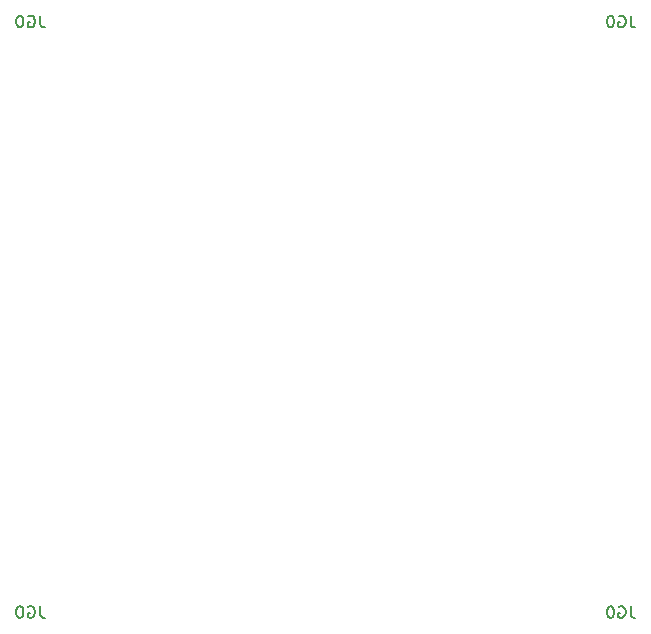
<source format=gbr>
%TF.GenerationSoftware,KiCad,Pcbnew,5.1.8*%
%TF.CreationDate,2020-11-10T00:50:46+08:00*%
%TF.ProjectId,FMESC-1-A-v0.2,464d4553-432d-4312-9d41-2d76302e322e,v0.2*%
%TF.SameCoordinates,Original*%
%TF.FileFunction,Legend,Bot*%
%TF.FilePolarity,Positive*%
%FSLAX46Y46*%
G04 Gerber Fmt 4.6, Leading zero omitted, Abs format (unit mm)*
G04 Created by KiCad (PCBNEW 5.1.8) date 2020-11-10 00:50:46*
%MOMM*%
%LPD*%
G01*
G04 APERTURE LIST*
%ADD10C,0.150000*%
G04 APERTURE END LIST*
%TO.C,JG0*%
D10*
X106333333Y-135452380D02*
X106333333Y-136166666D01*
X106380952Y-136309523D01*
X106476190Y-136404761D01*
X106619047Y-136452380D01*
X106714285Y-136452380D01*
X105333333Y-135500000D02*
X105428571Y-135452380D01*
X105571428Y-135452380D01*
X105714285Y-135500000D01*
X105809523Y-135595238D01*
X105857142Y-135690476D01*
X105904761Y-135880952D01*
X105904761Y-136023809D01*
X105857142Y-136214285D01*
X105809523Y-136309523D01*
X105714285Y-136404761D01*
X105571428Y-136452380D01*
X105476190Y-136452380D01*
X105333333Y-136404761D01*
X105285714Y-136357142D01*
X105285714Y-136023809D01*
X105476190Y-136023809D01*
X104666666Y-135452380D02*
X104571428Y-135452380D01*
X104476190Y-135500000D01*
X104428571Y-135547619D01*
X104380952Y-135642857D01*
X104333333Y-135833333D01*
X104333333Y-136071428D01*
X104380952Y-136261904D01*
X104428571Y-136357142D01*
X104476190Y-136404761D01*
X104571428Y-136452380D01*
X104666666Y-136452380D01*
X104761904Y-136404761D01*
X104809523Y-136357142D01*
X104857142Y-136261904D01*
X104904761Y-136071428D01*
X104904761Y-135833333D01*
X104857142Y-135642857D01*
X104809523Y-135547619D01*
X104761904Y-135500000D01*
X104666666Y-135452380D01*
X56333333Y-135452380D02*
X56333333Y-136166666D01*
X56380952Y-136309523D01*
X56476190Y-136404761D01*
X56619047Y-136452380D01*
X56714285Y-136452380D01*
X55333333Y-135500000D02*
X55428571Y-135452380D01*
X55571428Y-135452380D01*
X55714285Y-135500000D01*
X55809523Y-135595238D01*
X55857142Y-135690476D01*
X55904761Y-135880952D01*
X55904761Y-136023809D01*
X55857142Y-136214285D01*
X55809523Y-136309523D01*
X55714285Y-136404761D01*
X55571428Y-136452380D01*
X55476190Y-136452380D01*
X55333333Y-136404761D01*
X55285714Y-136357142D01*
X55285714Y-136023809D01*
X55476190Y-136023809D01*
X54666666Y-135452380D02*
X54571428Y-135452380D01*
X54476190Y-135500000D01*
X54428571Y-135547619D01*
X54380952Y-135642857D01*
X54333333Y-135833333D01*
X54333333Y-136071428D01*
X54380952Y-136261904D01*
X54428571Y-136357142D01*
X54476190Y-136404761D01*
X54571428Y-136452380D01*
X54666666Y-136452380D01*
X54761904Y-136404761D01*
X54809523Y-136357142D01*
X54857142Y-136261904D01*
X54904761Y-136071428D01*
X54904761Y-135833333D01*
X54857142Y-135642857D01*
X54809523Y-135547619D01*
X54761904Y-135500000D01*
X54666666Y-135452380D01*
X106333333Y-85452380D02*
X106333333Y-86166666D01*
X106380952Y-86309523D01*
X106476190Y-86404761D01*
X106619047Y-86452380D01*
X106714285Y-86452380D01*
X105333333Y-85500000D02*
X105428571Y-85452380D01*
X105571428Y-85452380D01*
X105714285Y-85500000D01*
X105809523Y-85595238D01*
X105857142Y-85690476D01*
X105904761Y-85880952D01*
X105904761Y-86023809D01*
X105857142Y-86214285D01*
X105809523Y-86309523D01*
X105714285Y-86404761D01*
X105571428Y-86452380D01*
X105476190Y-86452380D01*
X105333333Y-86404761D01*
X105285714Y-86357142D01*
X105285714Y-86023809D01*
X105476190Y-86023809D01*
X104666666Y-85452380D02*
X104571428Y-85452380D01*
X104476190Y-85500000D01*
X104428571Y-85547619D01*
X104380952Y-85642857D01*
X104333333Y-85833333D01*
X104333333Y-86071428D01*
X104380952Y-86261904D01*
X104428571Y-86357142D01*
X104476190Y-86404761D01*
X104571428Y-86452380D01*
X104666666Y-86452380D01*
X104761904Y-86404761D01*
X104809523Y-86357142D01*
X104857142Y-86261904D01*
X104904761Y-86071428D01*
X104904761Y-85833333D01*
X104857142Y-85642857D01*
X104809523Y-85547619D01*
X104761904Y-85500000D01*
X104666666Y-85452380D01*
X56333333Y-85452380D02*
X56333333Y-86166666D01*
X56380952Y-86309523D01*
X56476190Y-86404761D01*
X56619047Y-86452380D01*
X56714285Y-86452380D01*
X55333333Y-85500000D02*
X55428571Y-85452380D01*
X55571428Y-85452380D01*
X55714285Y-85500000D01*
X55809523Y-85595238D01*
X55857142Y-85690476D01*
X55904761Y-85880952D01*
X55904761Y-86023809D01*
X55857142Y-86214285D01*
X55809523Y-86309523D01*
X55714285Y-86404761D01*
X55571428Y-86452380D01*
X55476190Y-86452380D01*
X55333333Y-86404761D01*
X55285714Y-86357142D01*
X55285714Y-86023809D01*
X55476190Y-86023809D01*
X54666666Y-85452380D02*
X54571428Y-85452380D01*
X54476190Y-85500000D01*
X54428571Y-85547619D01*
X54380952Y-85642857D01*
X54333333Y-85833333D01*
X54333333Y-86071428D01*
X54380952Y-86261904D01*
X54428571Y-86357142D01*
X54476190Y-86404761D01*
X54571428Y-86452380D01*
X54666666Y-86452380D01*
X54761904Y-86404761D01*
X54809523Y-86357142D01*
X54857142Y-86261904D01*
X54904761Y-86071428D01*
X54904761Y-85833333D01*
X54857142Y-85642857D01*
X54809523Y-85547619D01*
X54761904Y-85500000D01*
X54666666Y-85452380D01*
%TD*%
M02*

</source>
